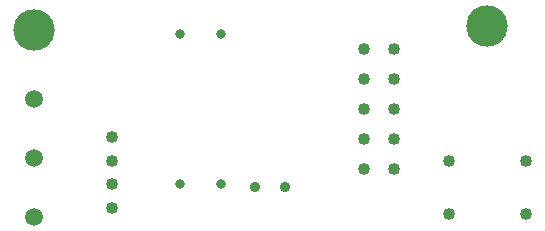
<source format=gbr>
G04 DesignSpark PCB Gerber Version 12.0 Build 5942*
%FSLAX34Y34*%
%MOIN*%
%ADD26C,0.03150*%
%ADD25C,0.03500*%
%ADD24C,0.04000*%
%ADD22C,0.05906*%
%ADD23C,0.13780*%
X0Y0D02*
D02*
D22*
X2297Y1800D03*
Y3768D03*
Y5737D03*
D02*
D23*
X2275Y8025D03*
X17400Y8150D03*
D02*
D24*
X4900Y2094D03*
Y2881D03*
Y3669D03*
Y4456D03*
X13275Y3400D03*
Y4400D03*
Y5400D03*
Y6400D03*
Y7400D03*
X14275Y3400D03*
Y4400D03*
Y5400D03*
Y6400D03*
Y7400D03*
X16120Y1885D03*
Y3665D03*
X18680Y1885D03*
Y3665D03*
D02*
D25*
X9650Y2775D03*
X10650D03*
D02*
D26*
X7150Y2900D03*
Y7900D03*
X8525Y2900D03*
Y7900D03*
X0Y0D02*
M02*

</source>
